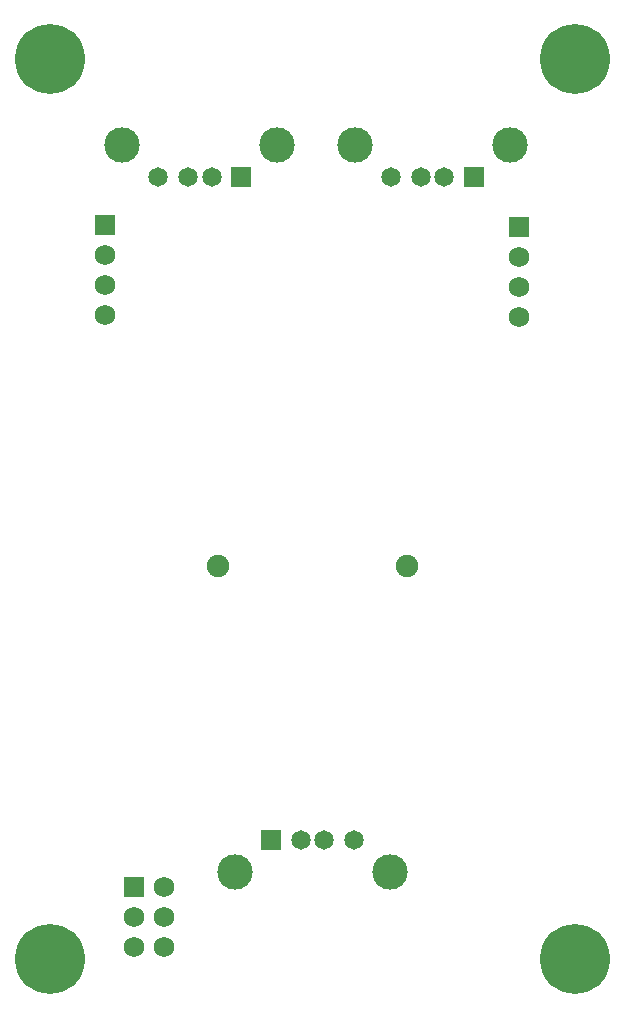
<source format=gbs>
G04*
G04 #@! TF.GenerationSoftware,Altium Limited,Altium Designer,22.3.1 (43)*
G04*
G04 Layer_Color=16711935*
%FSLAX24Y24*%
%MOIN*%
G70*
G04*
G04 #@! TF.SameCoordinates,79C3986D-5B2C-41C9-8E5D-3D0232DA578A*
G04*
G04*
G04 #@! TF.FilePolarity,Negative*
G04*
G01*
G75*
%ADD42C,0.0749*%
%ADD43R,0.0690X0.0690*%
%ADD44C,0.0690*%
%ADD45C,0.1182*%
%ADD46C,0.0651*%
%ADD47R,0.0651X0.0651*%
%ADD48C,0.2330*%
D42*
X21900Y23100D02*
D03*
X15600D02*
D03*
D43*
X25650Y34400D02*
D03*
X11850Y34450D02*
D03*
X12800Y12400D02*
D03*
D44*
X25650Y33400D02*
D03*
Y32400D02*
D03*
Y31400D02*
D03*
X11850Y33450D02*
D03*
Y32450D02*
D03*
Y31450D02*
D03*
X13800Y12400D02*
D03*
X12800Y11400D02*
D03*
Y10400D02*
D03*
X13800Y11400D02*
D03*
Y10400D02*
D03*
D45*
X12413Y37117D02*
D03*
X17587D02*
D03*
X21337Y12883D02*
D03*
X16163D02*
D03*
X20163Y37117D02*
D03*
X25337D02*
D03*
D46*
X13622Y36050D02*
D03*
X14606D02*
D03*
X15394D02*
D03*
X20128Y13950D02*
D03*
X19144D02*
D03*
X18356D02*
D03*
X21372Y36050D02*
D03*
X22356D02*
D03*
X23144D02*
D03*
D47*
X16378D02*
D03*
X17372Y13950D02*
D03*
X24128Y36050D02*
D03*
D48*
X27500Y40000D02*
D03*
X10000D02*
D03*
Y10000D02*
D03*
X27500D02*
D03*
M02*

</source>
